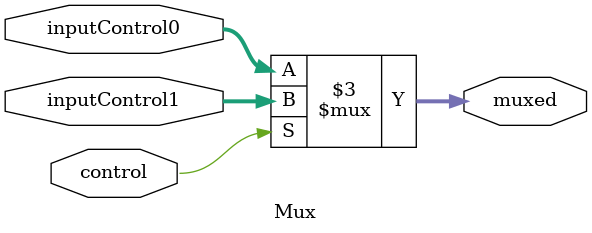
<source format=v>
module Mux (
    input   wire    [7:0]   inputControl0,
    input   wire    [7:0]   inputControl1,
    input   wire            control,

    output  reg     [7:0]   muxed
);
    always @(*) begin
        if (control) begin
            muxed <= inputControl1;
        end
        else begin
            muxed <= inputControl0;
        end
    end

endmodule
</source>
